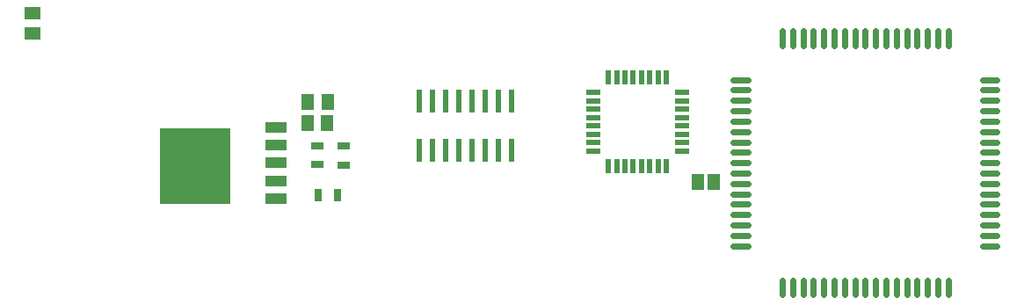
<source format=gbr>
G04 EAGLE Gerber RS-274X export*
G75*
%MOMM*%
%FSLAX34Y34*%
%LPD*%
%INSolderpaste Bottom*%
%IPPOS*%
%AMOC8*
5,1,8,0,0,1.08239X$1,22.5*%
G01*
%ADD10R,1.300000X1.500000*%
%ADD11R,2.159000X1.066800*%
%ADD12R,6.858000X7.239000*%
%ADD13C,0.600000*%
%ADD14R,1.200000X0.800000*%
%ADD15R,0.800000X1.200000*%
%ADD16R,1.500000X1.300000*%
%ADD17R,0.508000X1.358900*%
%ADD18R,1.358900X0.508000*%
%ADD19R,0.558800X2.184400*%
%ADD20R,1.168400X1.600200*%


D10*
X360120Y210366D03*
X379120Y210366D03*
X360178Y230902D03*
X379178Y230902D03*
D11*
X329712Y205936D03*
X329712Y188918D03*
X329712Y171900D03*
X329712Y154882D03*
X329712Y137864D03*
D12*
X251480Y168725D03*
D13*
X977200Y59100D02*
X977200Y45100D01*
X967200Y45100D02*
X967200Y59100D01*
X957200Y59100D02*
X957200Y45100D01*
X947200Y45100D02*
X947200Y59100D01*
X937200Y59100D02*
X937200Y45100D01*
X927200Y45100D02*
X927200Y59100D01*
X917200Y59100D02*
X917200Y45100D01*
X907200Y45100D02*
X907200Y59100D01*
X897200Y59100D02*
X897200Y45100D01*
X887200Y45100D02*
X887200Y59100D01*
X877200Y59100D02*
X877200Y45100D01*
X867200Y45100D02*
X867200Y59100D01*
X857200Y59100D02*
X857200Y45100D01*
X847200Y45100D02*
X847200Y59100D01*
X837200Y59100D02*
X837200Y45100D01*
X827200Y45100D02*
X827200Y59100D01*
X817200Y59100D02*
X817200Y45100D01*
X784200Y92100D02*
X770200Y92100D01*
X770200Y102100D02*
X784200Y102100D01*
X784200Y112100D02*
X770200Y112100D01*
X770200Y122100D02*
X784200Y122100D01*
X784200Y132100D02*
X770200Y132100D01*
X770200Y142100D02*
X784200Y142100D01*
X784200Y152100D02*
X770200Y152100D01*
X770200Y162100D02*
X784200Y162100D01*
X784200Y172100D02*
X770200Y172100D01*
X770200Y182100D02*
X784200Y182100D01*
X784200Y192100D02*
X770200Y192100D01*
X770200Y202100D02*
X784200Y202100D01*
X784200Y212100D02*
X770200Y212100D01*
X770200Y222100D02*
X784200Y222100D01*
X784200Y232100D02*
X770200Y232100D01*
X770200Y242100D02*
X784200Y242100D01*
X784200Y252100D02*
X770200Y252100D01*
X817200Y285100D02*
X817200Y299100D01*
X827200Y299100D02*
X827200Y285100D01*
X837200Y285100D02*
X837200Y299100D01*
X847200Y299100D02*
X847200Y285100D01*
X857200Y285100D02*
X857200Y299100D01*
X867200Y299100D02*
X867200Y285100D01*
X877200Y285100D02*
X877200Y299100D01*
X887200Y299100D02*
X887200Y285100D01*
X897200Y285100D02*
X897200Y299100D01*
X907200Y299100D02*
X907200Y285100D01*
X917200Y285100D02*
X917200Y299100D01*
X927200Y299100D02*
X927200Y285100D01*
X937200Y285100D02*
X937200Y299100D01*
X947200Y299100D02*
X947200Y285100D01*
X957200Y285100D02*
X957200Y299100D01*
X967200Y299100D02*
X967200Y285100D01*
X977200Y285100D02*
X977200Y299100D01*
X1010200Y252100D02*
X1024200Y252100D01*
X1024200Y242100D02*
X1010200Y242100D01*
X1010200Y232100D02*
X1024200Y232100D01*
X1024200Y222100D02*
X1010200Y222100D01*
X1010200Y212100D02*
X1024200Y212100D01*
X1024200Y202100D02*
X1010200Y202100D01*
X1010200Y192100D02*
X1024200Y192100D01*
X1024200Y182100D02*
X1010200Y182100D01*
X1010200Y172100D02*
X1024200Y172100D01*
X1024200Y162100D02*
X1010200Y162100D01*
X1010200Y152100D02*
X1024200Y152100D01*
X1024200Y142100D02*
X1010200Y142100D01*
X1010200Y132100D02*
X1024200Y132100D01*
X1024200Y122100D02*
X1010200Y122100D01*
X1010200Y112100D02*
X1024200Y112100D01*
X1024200Y102100D02*
X1010200Y102100D01*
X1010200Y92100D02*
X1024200Y92100D01*
D14*
X395024Y187950D03*
X395024Y169950D03*
D15*
X388500Y140678D03*
X370500Y140678D03*
D14*
X369718Y188462D03*
X369718Y170462D03*
D16*
X94774Y296838D03*
X94774Y315838D03*
D17*
X705748Y168913D03*
X697748Y168913D03*
X689748Y168913D03*
X681748Y168913D03*
X673748Y168913D03*
X665748Y168913D03*
X657748Y168913D03*
X649748Y168913D03*
D18*
X635013Y183648D03*
X635013Y191648D03*
X635013Y199648D03*
X635013Y207648D03*
X635013Y215648D03*
X635013Y223648D03*
X635013Y231648D03*
X635013Y239648D03*
D17*
X649748Y254384D03*
X657748Y254384D03*
X665748Y254384D03*
X673748Y254384D03*
X681748Y254384D03*
X689748Y254384D03*
X697748Y254384D03*
X705748Y254384D03*
D18*
X720484Y239648D03*
X720484Y231648D03*
X720484Y223648D03*
X720484Y215648D03*
X720484Y207648D03*
X720484Y199648D03*
X720484Y191648D03*
X720484Y183648D03*
D19*
X556456Y184480D03*
X543756Y184480D03*
X531056Y184480D03*
X518356Y184480D03*
X505656Y184480D03*
X492956Y184480D03*
X480256Y184480D03*
X467556Y184480D03*
X467556Y231724D03*
X480256Y231724D03*
X492956Y231724D03*
X505656Y231724D03*
X518356Y231724D03*
X531056Y231724D03*
X543756Y231724D03*
X556456Y231724D03*
D20*
X735838Y153924D03*
X751078Y153924D03*
M02*

</source>
